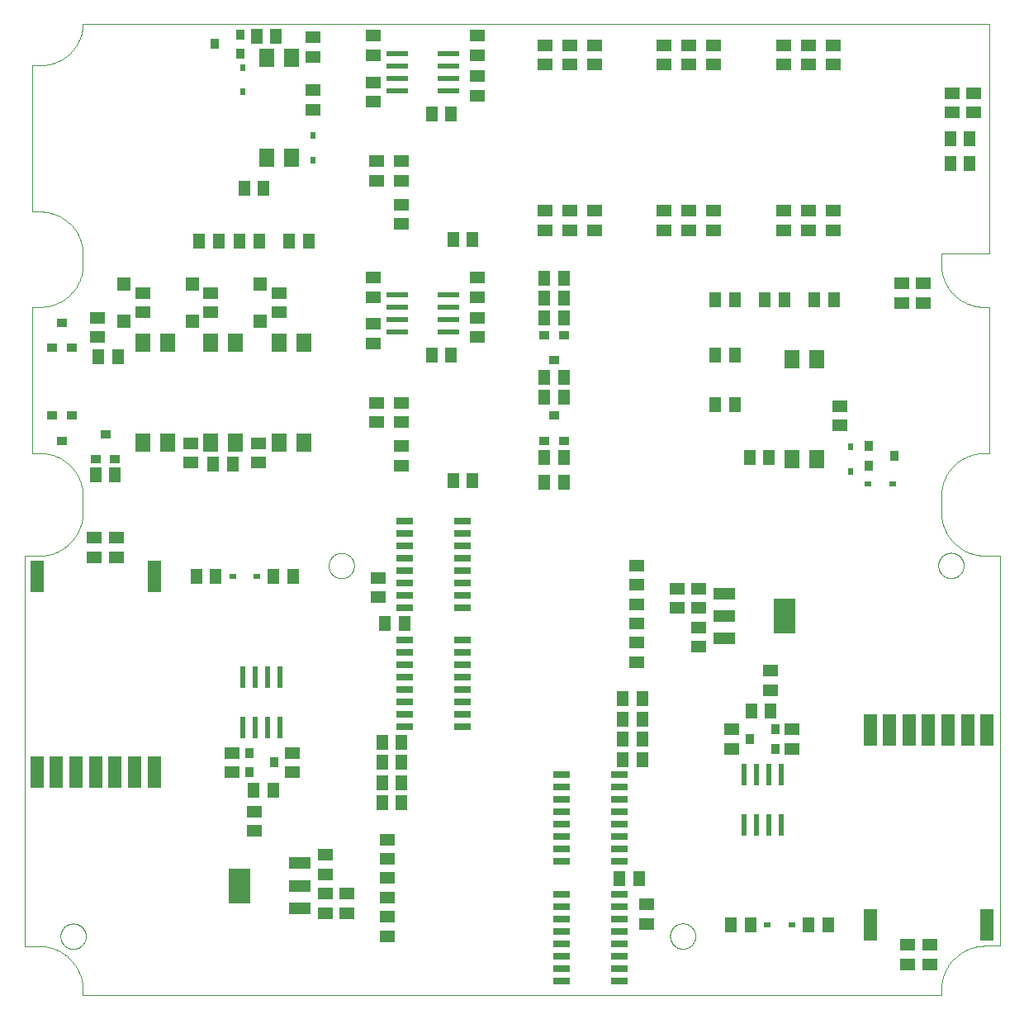
<source format=gtp>
G75*
%MOIN*%
%OFA0B0*%
%FSLAX25Y25*%
%IPPOS*%
%LPD*%
%AMOC8*
5,1,8,0,0,1.08239X$1,22.5*
%
%ADD10C,0.00000*%
%ADD11R,0.05906X0.05118*%
%ADD12R,0.05118X0.05906*%
%ADD13R,0.08800X0.04800*%
%ADD14R,0.08661X0.14173*%
%ADD15R,0.03543X0.03937*%
%ADD16R,0.06890X0.02600*%
%ADD17R,0.02362X0.08661*%
%ADD18R,0.05512X0.12795*%
%ADD19R,0.03150X0.02362*%
%ADD20R,0.08661X0.02362*%
%ADD21R,0.05512X0.05512*%
%ADD22R,0.05906X0.07283*%
%ADD23R,0.03937X0.03543*%
%ADD24R,0.02362X0.03150*%
D10*
X0008491Y0022031D02*
X0008919Y0022026D01*
X0009347Y0022010D01*
X0009774Y0021984D01*
X0010201Y0021948D01*
X0010627Y0021902D01*
X0011051Y0021845D01*
X0011474Y0021778D01*
X0011895Y0021701D01*
X0012314Y0021614D01*
X0012731Y0021516D01*
X0013145Y0021409D01*
X0013557Y0021291D01*
X0013966Y0021164D01*
X0014371Y0021027D01*
X0014774Y0020880D01*
X0015172Y0020723D01*
X0015567Y0020557D01*
X0015957Y0020381D01*
X0016343Y0020196D01*
X0016725Y0020002D01*
X0017101Y0019798D01*
X0017473Y0019586D01*
X0017839Y0019364D01*
X0018200Y0019134D01*
X0018555Y0018895D01*
X0018905Y0018647D01*
X0019248Y0018392D01*
X0019585Y0018127D01*
X0019916Y0017855D01*
X0020240Y0017575D01*
X0020557Y0017288D01*
X0020867Y0016992D01*
X0021169Y0016690D01*
X0021465Y0016380D01*
X0021752Y0016063D01*
X0022032Y0015739D01*
X0022304Y0015408D01*
X0022569Y0015071D01*
X0022824Y0014728D01*
X0023072Y0014378D01*
X0023311Y0014023D01*
X0023541Y0013662D01*
X0023763Y0013296D01*
X0023975Y0012924D01*
X0024179Y0012548D01*
X0024373Y0012166D01*
X0024558Y0011780D01*
X0024734Y0011390D01*
X0024900Y0010995D01*
X0025057Y0010597D01*
X0025204Y0010194D01*
X0025341Y0009789D01*
X0025468Y0009380D01*
X0025586Y0008968D01*
X0025693Y0008554D01*
X0025791Y0008137D01*
X0025878Y0007718D01*
X0025955Y0007297D01*
X0026022Y0006874D01*
X0026079Y0006450D01*
X0026125Y0006024D01*
X0026161Y0005597D01*
X0026187Y0005170D01*
X0026203Y0004742D01*
X0026208Y0004314D01*
X0026208Y0002375D01*
X0197133Y0002375D01*
X0201739Y0002375D01*
X0372664Y0002375D01*
X0372664Y0004373D01*
X0372669Y0004801D01*
X0372685Y0005229D01*
X0372711Y0005656D01*
X0372747Y0006083D01*
X0372793Y0006509D01*
X0372850Y0006933D01*
X0372917Y0007356D01*
X0372994Y0007777D01*
X0373081Y0008196D01*
X0373179Y0008613D01*
X0373286Y0009027D01*
X0373404Y0009439D01*
X0373531Y0009848D01*
X0373668Y0010253D01*
X0373815Y0010656D01*
X0373972Y0011054D01*
X0374138Y0011449D01*
X0374314Y0011839D01*
X0374499Y0012225D01*
X0374693Y0012607D01*
X0374897Y0012983D01*
X0375109Y0013355D01*
X0375331Y0013721D01*
X0375561Y0014082D01*
X0375800Y0014437D01*
X0376048Y0014787D01*
X0376303Y0015130D01*
X0376568Y0015467D01*
X0376840Y0015798D01*
X0377120Y0016122D01*
X0377407Y0016439D01*
X0377703Y0016749D01*
X0378005Y0017051D01*
X0378315Y0017347D01*
X0378632Y0017634D01*
X0378956Y0017914D01*
X0379287Y0018186D01*
X0379624Y0018451D01*
X0379967Y0018706D01*
X0380317Y0018954D01*
X0380672Y0019193D01*
X0381033Y0019423D01*
X0381399Y0019645D01*
X0381771Y0019857D01*
X0382147Y0020061D01*
X0382529Y0020255D01*
X0382915Y0020440D01*
X0383305Y0020616D01*
X0383700Y0020782D01*
X0384098Y0020939D01*
X0384501Y0021086D01*
X0384906Y0021223D01*
X0385315Y0021350D01*
X0385727Y0021468D01*
X0386141Y0021575D01*
X0386558Y0021673D01*
X0386977Y0021760D01*
X0387398Y0021837D01*
X0387821Y0021904D01*
X0388245Y0021961D01*
X0388671Y0022007D01*
X0389098Y0022043D01*
X0389525Y0022069D01*
X0389953Y0022085D01*
X0390381Y0022090D01*
X0396286Y0022090D01*
X0396286Y0179570D01*
X0390381Y0179570D01*
X0371483Y0175633D02*
X0371485Y0175776D01*
X0371491Y0175919D01*
X0371501Y0176061D01*
X0371515Y0176203D01*
X0371533Y0176345D01*
X0371555Y0176487D01*
X0371580Y0176627D01*
X0371610Y0176767D01*
X0371644Y0176906D01*
X0371681Y0177044D01*
X0371723Y0177181D01*
X0371768Y0177316D01*
X0371817Y0177450D01*
X0371869Y0177583D01*
X0371925Y0177715D01*
X0371985Y0177844D01*
X0372049Y0177972D01*
X0372116Y0178099D01*
X0372187Y0178223D01*
X0372261Y0178345D01*
X0372338Y0178465D01*
X0372419Y0178583D01*
X0372503Y0178699D01*
X0372590Y0178812D01*
X0372680Y0178923D01*
X0372774Y0179031D01*
X0372870Y0179137D01*
X0372969Y0179239D01*
X0373072Y0179339D01*
X0373176Y0179436D01*
X0373284Y0179531D01*
X0373394Y0179622D01*
X0373507Y0179710D01*
X0373622Y0179794D01*
X0373739Y0179876D01*
X0373859Y0179954D01*
X0373980Y0180029D01*
X0374104Y0180101D01*
X0374230Y0180169D01*
X0374357Y0180233D01*
X0374487Y0180294D01*
X0374618Y0180351D01*
X0374750Y0180405D01*
X0374884Y0180454D01*
X0375019Y0180501D01*
X0375156Y0180543D01*
X0375294Y0180581D01*
X0375432Y0180616D01*
X0375572Y0180646D01*
X0375712Y0180673D01*
X0375853Y0180696D01*
X0375995Y0180715D01*
X0376137Y0180730D01*
X0376280Y0180741D01*
X0376422Y0180748D01*
X0376565Y0180751D01*
X0376708Y0180750D01*
X0376851Y0180745D01*
X0376994Y0180736D01*
X0377136Y0180723D01*
X0377278Y0180706D01*
X0377419Y0180685D01*
X0377560Y0180660D01*
X0377700Y0180632D01*
X0377839Y0180599D01*
X0377977Y0180562D01*
X0378114Y0180522D01*
X0378250Y0180478D01*
X0378385Y0180430D01*
X0378518Y0180378D01*
X0378650Y0180323D01*
X0378780Y0180264D01*
X0378909Y0180201D01*
X0379035Y0180135D01*
X0379160Y0180065D01*
X0379283Y0179992D01*
X0379403Y0179916D01*
X0379522Y0179836D01*
X0379638Y0179752D01*
X0379752Y0179666D01*
X0379863Y0179576D01*
X0379972Y0179484D01*
X0380078Y0179388D01*
X0380182Y0179290D01*
X0380283Y0179188D01*
X0380380Y0179084D01*
X0380475Y0178977D01*
X0380567Y0178868D01*
X0380656Y0178756D01*
X0380742Y0178641D01*
X0380824Y0178525D01*
X0380903Y0178405D01*
X0380979Y0178284D01*
X0381051Y0178161D01*
X0381120Y0178036D01*
X0381185Y0177909D01*
X0381247Y0177780D01*
X0381305Y0177649D01*
X0381360Y0177517D01*
X0381410Y0177383D01*
X0381457Y0177248D01*
X0381501Y0177112D01*
X0381540Y0176975D01*
X0381575Y0176836D01*
X0381607Y0176697D01*
X0381635Y0176557D01*
X0381659Y0176416D01*
X0381679Y0176274D01*
X0381695Y0176132D01*
X0381707Y0175990D01*
X0381715Y0175847D01*
X0381719Y0175704D01*
X0381719Y0175562D01*
X0381715Y0175419D01*
X0381707Y0175276D01*
X0381695Y0175134D01*
X0381679Y0174992D01*
X0381659Y0174850D01*
X0381635Y0174709D01*
X0381607Y0174569D01*
X0381575Y0174430D01*
X0381540Y0174291D01*
X0381501Y0174154D01*
X0381457Y0174018D01*
X0381410Y0173883D01*
X0381360Y0173749D01*
X0381305Y0173617D01*
X0381247Y0173486D01*
X0381185Y0173357D01*
X0381120Y0173230D01*
X0381051Y0173105D01*
X0380979Y0172982D01*
X0380903Y0172861D01*
X0380824Y0172741D01*
X0380742Y0172625D01*
X0380656Y0172510D01*
X0380567Y0172398D01*
X0380475Y0172289D01*
X0380380Y0172182D01*
X0380283Y0172078D01*
X0380182Y0171976D01*
X0380078Y0171878D01*
X0379972Y0171782D01*
X0379863Y0171690D01*
X0379752Y0171600D01*
X0379638Y0171514D01*
X0379522Y0171430D01*
X0379403Y0171350D01*
X0379283Y0171274D01*
X0379160Y0171201D01*
X0379035Y0171131D01*
X0378909Y0171065D01*
X0378780Y0171002D01*
X0378650Y0170943D01*
X0378518Y0170888D01*
X0378385Y0170836D01*
X0378250Y0170788D01*
X0378114Y0170744D01*
X0377977Y0170704D01*
X0377839Y0170667D01*
X0377700Y0170634D01*
X0377560Y0170606D01*
X0377419Y0170581D01*
X0377278Y0170560D01*
X0377136Y0170543D01*
X0376994Y0170530D01*
X0376851Y0170521D01*
X0376708Y0170516D01*
X0376565Y0170515D01*
X0376422Y0170518D01*
X0376280Y0170525D01*
X0376137Y0170536D01*
X0375995Y0170551D01*
X0375853Y0170570D01*
X0375712Y0170593D01*
X0375572Y0170620D01*
X0375432Y0170650D01*
X0375294Y0170685D01*
X0375156Y0170723D01*
X0375019Y0170765D01*
X0374884Y0170812D01*
X0374750Y0170861D01*
X0374618Y0170915D01*
X0374487Y0170972D01*
X0374357Y0171033D01*
X0374230Y0171097D01*
X0374104Y0171165D01*
X0373980Y0171237D01*
X0373859Y0171312D01*
X0373739Y0171390D01*
X0373622Y0171472D01*
X0373507Y0171556D01*
X0373394Y0171644D01*
X0373284Y0171735D01*
X0373176Y0171830D01*
X0373072Y0171927D01*
X0372969Y0172027D01*
X0372870Y0172129D01*
X0372774Y0172235D01*
X0372680Y0172343D01*
X0372590Y0172454D01*
X0372503Y0172567D01*
X0372419Y0172683D01*
X0372338Y0172801D01*
X0372261Y0172921D01*
X0372187Y0173043D01*
X0372116Y0173167D01*
X0372049Y0173294D01*
X0371985Y0173422D01*
X0371925Y0173551D01*
X0371869Y0173683D01*
X0371817Y0173816D01*
X0371768Y0173950D01*
X0371723Y0174085D01*
X0371681Y0174222D01*
X0371644Y0174360D01*
X0371610Y0174499D01*
X0371580Y0174639D01*
X0371555Y0174779D01*
X0371533Y0174921D01*
X0371515Y0175063D01*
X0371501Y0175205D01*
X0371491Y0175347D01*
X0371485Y0175490D01*
X0371483Y0175633D01*
X0372664Y0197286D02*
X0372664Y0199225D01*
X0372664Y0204225D01*
X0372665Y0204225D02*
X0372682Y0204641D01*
X0372709Y0205056D01*
X0372747Y0205470D01*
X0372794Y0205884D01*
X0372851Y0206296D01*
X0372919Y0206706D01*
X0372996Y0207115D01*
X0373083Y0207522D01*
X0373180Y0207927D01*
X0373286Y0208329D01*
X0373402Y0208728D01*
X0373528Y0209125D01*
X0373664Y0209518D01*
X0373809Y0209908D01*
X0373963Y0210294D01*
X0374127Y0210677D01*
X0374299Y0211055D01*
X0374481Y0211430D01*
X0374672Y0211799D01*
X0374872Y0212164D01*
X0375080Y0212524D01*
X0375297Y0212879D01*
X0375523Y0213229D01*
X0375757Y0213573D01*
X0375999Y0213911D01*
X0376250Y0214243D01*
X0376508Y0214569D01*
X0376774Y0214889D01*
X0377048Y0215202D01*
X0377329Y0215509D01*
X0377618Y0215808D01*
X0377914Y0216101D01*
X0378216Y0216386D01*
X0378526Y0216664D01*
X0378842Y0216935D01*
X0379165Y0217197D01*
X0379494Y0217452D01*
X0379828Y0217699D01*
X0380169Y0217938D01*
X0380516Y0218168D01*
X0380868Y0218390D01*
X0381225Y0218603D01*
X0381587Y0218808D01*
X0381954Y0219004D01*
X0382326Y0219191D01*
X0382702Y0219368D01*
X0383082Y0219537D01*
X0383466Y0219697D01*
X0383854Y0219847D01*
X0384246Y0219987D01*
X0384641Y0220119D01*
X0385039Y0220240D01*
X0385439Y0220352D01*
X0385843Y0220455D01*
X0386248Y0220547D01*
X0386656Y0220630D01*
X0387066Y0220703D01*
X0387477Y0220765D01*
X0387889Y0220818D01*
X0388303Y0220861D01*
X0388718Y0220894D01*
X0389133Y0220917D01*
X0389549Y0220930D01*
X0389965Y0220933D01*
X0390381Y0220925D01*
X0390381Y0220926D02*
X0392118Y0220926D01*
X0392118Y0280006D01*
X0390381Y0280006D01*
X0390380Y0280006D02*
X0389964Y0279999D01*
X0389548Y0280002D01*
X0389132Y0280015D01*
X0388716Y0280038D01*
X0388301Y0280072D01*
X0387887Y0280115D01*
X0387475Y0280168D01*
X0387063Y0280231D01*
X0386653Y0280304D01*
X0386246Y0280387D01*
X0385840Y0280480D01*
X0385436Y0280583D01*
X0385035Y0280695D01*
X0384638Y0280817D01*
X0384243Y0280948D01*
X0383851Y0281089D01*
X0383463Y0281240D01*
X0383078Y0281400D01*
X0382698Y0281569D01*
X0382322Y0281747D01*
X0381950Y0281934D01*
X0381583Y0282130D01*
X0381221Y0282335D01*
X0380863Y0282549D01*
X0380511Y0282771D01*
X0380165Y0283002D01*
X0379824Y0283240D01*
X0379489Y0283488D01*
X0379160Y0283743D01*
X0378838Y0284006D01*
X0378521Y0284276D01*
X0378212Y0284555D01*
X0377909Y0284840D01*
X0377613Y0285133D01*
X0377325Y0285433D01*
X0377044Y0285740D01*
X0376770Y0286054D01*
X0376504Y0286374D01*
X0376246Y0286700D01*
X0375995Y0287033D01*
X0375753Y0287371D01*
X0375519Y0287716D01*
X0375293Y0288066D01*
X0375076Y0288421D01*
X0374868Y0288781D01*
X0374668Y0289146D01*
X0374478Y0289516D01*
X0374296Y0289891D01*
X0374123Y0290270D01*
X0373960Y0290652D01*
X0373806Y0291039D01*
X0373661Y0291429D01*
X0373526Y0291823D01*
X0373400Y0292220D01*
X0373284Y0292620D01*
X0373177Y0293022D01*
X0373081Y0293427D01*
X0372994Y0293834D01*
X0372917Y0294243D01*
X0372850Y0294654D01*
X0372793Y0295066D01*
X0372746Y0295480D01*
X0372708Y0295894D01*
X0372681Y0296310D01*
X0372664Y0296726D01*
X0372664Y0296725D02*
X0372664Y0301725D01*
X0392118Y0301725D01*
X0392118Y0394225D01*
X0348993Y0394225D01*
X0343993Y0394225D01*
X0300868Y0394225D01*
X0295868Y0394225D01*
X0252743Y0394225D01*
X0247743Y0394225D01*
X0204618Y0394225D01*
X0203993Y0394225D01*
X0199618Y0394225D01*
X0138368Y0394225D01*
X0133368Y0394225D01*
X0026208Y0394225D01*
X0026207Y0394226D02*
X0026190Y0393810D01*
X0026163Y0393395D01*
X0026125Y0392981D01*
X0026078Y0392567D01*
X0026021Y0392155D01*
X0025953Y0391745D01*
X0025876Y0391336D01*
X0025789Y0390929D01*
X0025692Y0390524D01*
X0025586Y0390122D01*
X0025470Y0389723D01*
X0025344Y0389326D01*
X0025208Y0388933D01*
X0025063Y0388543D01*
X0024909Y0388157D01*
X0024745Y0387774D01*
X0024573Y0387396D01*
X0024391Y0387021D01*
X0024200Y0386652D01*
X0024000Y0386287D01*
X0023792Y0385927D01*
X0023575Y0385572D01*
X0023349Y0385222D01*
X0023115Y0384878D01*
X0022873Y0384540D01*
X0022622Y0384208D01*
X0022364Y0383882D01*
X0022098Y0383562D01*
X0021824Y0383249D01*
X0021543Y0382942D01*
X0021254Y0382643D01*
X0020958Y0382350D01*
X0020656Y0382065D01*
X0020346Y0381787D01*
X0020030Y0381516D01*
X0019707Y0381254D01*
X0019378Y0380999D01*
X0019044Y0380752D01*
X0018703Y0380513D01*
X0018356Y0380283D01*
X0018004Y0380061D01*
X0017647Y0379848D01*
X0017285Y0379643D01*
X0016918Y0379447D01*
X0016546Y0379260D01*
X0016170Y0379083D01*
X0015790Y0378914D01*
X0015406Y0378754D01*
X0015018Y0378604D01*
X0014626Y0378464D01*
X0014231Y0378332D01*
X0013833Y0378211D01*
X0013433Y0378099D01*
X0013029Y0377996D01*
X0012624Y0377904D01*
X0012216Y0377821D01*
X0011806Y0377748D01*
X0011395Y0377686D01*
X0010983Y0377633D01*
X0010569Y0377590D01*
X0010154Y0377557D01*
X0009739Y0377534D01*
X0009323Y0377521D01*
X0008907Y0377518D01*
X0008491Y0377526D01*
X0008491Y0377525D02*
X0005868Y0377525D01*
X0005868Y0318445D01*
X0008491Y0318445D01*
X0008492Y0318445D02*
X0008914Y0318452D01*
X0009337Y0318449D01*
X0009759Y0318435D01*
X0010182Y0318411D01*
X0010603Y0318376D01*
X0011023Y0318332D01*
X0011442Y0318277D01*
X0011860Y0318211D01*
X0012276Y0318136D01*
X0012690Y0318050D01*
X0013102Y0317954D01*
X0013511Y0317848D01*
X0013918Y0317732D01*
X0014321Y0317606D01*
X0014722Y0317470D01*
X0015118Y0317325D01*
X0015512Y0317170D01*
X0015901Y0317005D01*
X0016286Y0316830D01*
X0016667Y0316647D01*
X0017043Y0316454D01*
X0017414Y0316251D01*
X0017780Y0316040D01*
X0018141Y0315820D01*
X0018497Y0315591D01*
X0018846Y0315353D01*
X0019190Y0315107D01*
X0019528Y0314853D01*
X0019859Y0314590D01*
X0020183Y0314319D01*
X0020501Y0314041D01*
X0020812Y0313754D01*
X0021116Y0313460D01*
X0021413Y0313159D01*
X0021702Y0312851D01*
X0021983Y0312535D01*
X0022257Y0312213D01*
X0022523Y0311884D01*
X0022780Y0311549D01*
X0023029Y0311207D01*
X0023270Y0310860D01*
X0023502Y0310506D01*
X0023725Y0310147D01*
X0023940Y0309783D01*
X0024145Y0309414D01*
X0024342Y0309039D01*
X0024529Y0308660D01*
X0024706Y0308276D01*
X0024875Y0307889D01*
X0025033Y0307497D01*
X0025182Y0307101D01*
X0025322Y0306702D01*
X0025451Y0306300D01*
X0025571Y0305894D01*
X0025680Y0305486D01*
X0025780Y0305075D01*
X0025869Y0304662D01*
X0025948Y0304246D01*
X0026017Y0303829D01*
X0026076Y0303411D01*
X0026124Y0302991D01*
X0026163Y0302570D01*
X0026190Y0302148D01*
X0026208Y0301725D01*
X0026208Y0296725D01*
X0026207Y0296726D02*
X0026190Y0296310D01*
X0026163Y0295895D01*
X0026125Y0295481D01*
X0026078Y0295067D01*
X0026021Y0294655D01*
X0025953Y0294245D01*
X0025876Y0293836D01*
X0025789Y0293429D01*
X0025692Y0293024D01*
X0025586Y0292622D01*
X0025470Y0292223D01*
X0025344Y0291826D01*
X0025208Y0291433D01*
X0025063Y0291043D01*
X0024909Y0290657D01*
X0024745Y0290274D01*
X0024573Y0289896D01*
X0024391Y0289521D01*
X0024200Y0289152D01*
X0024000Y0288787D01*
X0023792Y0288427D01*
X0023575Y0288072D01*
X0023349Y0287722D01*
X0023115Y0287378D01*
X0022873Y0287040D01*
X0022622Y0286708D01*
X0022364Y0286382D01*
X0022098Y0286062D01*
X0021824Y0285749D01*
X0021543Y0285442D01*
X0021254Y0285143D01*
X0020958Y0284850D01*
X0020656Y0284565D01*
X0020346Y0284287D01*
X0020030Y0284016D01*
X0019707Y0283754D01*
X0019378Y0283499D01*
X0019044Y0283252D01*
X0018703Y0283013D01*
X0018356Y0282783D01*
X0018004Y0282561D01*
X0017647Y0282348D01*
X0017285Y0282143D01*
X0016918Y0281947D01*
X0016546Y0281760D01*
X0016170Y0281583D01*
X0015790Y0281414D01*
X0015406Y0281254D01*
X0015018Y0281104D01*
X0014626Y0280964D01*
X0014231Y0280832D01*
X0013833Y0280711D01*
X0013433Y0280599D01*
X0013029Y0280496D01*
X0012624Y0280404D01*
X0012216Y0280321D01*
X0011806Y0280248D01*
X0011395Y0280186D01*
X0010983Y0280133D01*
X0010569Y0280090D01*
X0010154Y0280057D01*
X0009739Y0280034D01*
X0009323Y0280021D01*
X0008907Y0280018D01*
X0008491Y0280026D01*
X0008491Y0280025D02*
X0005868Y0280025D01*
X0005868Y0220945D01*
X0008491Y0220945D01*
X0026208Y0204225D02*
X0026208Y0199225D01*
X0026208Y0197227D01*
X0026203Y0196799D01*
X0026187Y0196371D01*
X0026161Y0195944D01*
X0026125Y0195517D01*
X0026079Y0195091D01*
X0026022Y0194667D01*
X0025955Y0194244D01*
X0025878Y0193823D01*
X0025791Y0193404D01*
X0025693Y0192987D01*
X0025586Y0192573D01*
X0025468Y0192161D01*
X0025341Y0191752D01*
X0025204Y0191347D01*
X0025057Y0190944D01*
X0024900Y0190546D01*
X0024734Y0190151D01*
X0024558Y0189761D01*
X0024373Y0189375D01*
X0024179Y0188993D01*
X0023975Y0188617D01*
X0023763Y0188245D01*
X0023541Y0187879D01*
X0023311Y0187518D01*
X0023072Y0187163D01*
X0022824Y0186813D01*
X0022569Y0186470D01*
X0022304Y0186133D01*
X0022032Y0185802D01*
X0021752Y0185478D01*
X0021465Y0185161D01*
X0021169Y0184851D01*
X0020867Y0184549D01*
X0020557Y0184253D01*
X0020240Y0183966D01*
X0019916Y0183686D01*
X0019585Y0183414D01*
X0019248Y0183149D01*
X0018905Y0182894D01*
X0018555Y0182646D01*
X0018200Y0182407D01*
X0017839Y0182177D01*
X0017473Y0181955D01*
X0017101Y0181743D01*
X0016725Y0181539D01*
X0016343Y0181345D01*
X0015957Y0181160D01*
X0015567Y0180984D01*
X0015172Y0180818D01*
X0014774Y0180661D01*
X0014371Y0180514D01*
X0013966Y0180377D01*
X0013557Y0180250D01*
X0013145Y0180132D01*
X0012731Y0180025D01*
X0012314Y0179927D01*
X0011895Y0179840D01*
X0011474Y0179763D01*
X0011051Y0179696D01*
X0010627Y0179639D01*
X0010201Y0179593D01*
X0009774Y0179557D01*
X0009347Y0179531D01*
X0008919Y0179515D01*
X0008491Y0179510D01*
X0008491Y0179511D02*
X0002586Y0179511D01*
X0002586Y0022031D01*
X0008491Y0022031D01*
X0017153Y0025968D02*
X0017155Y0026111D01*
X0017161Y0026254D01*
X0017171Y0026396D01*
X0017185Y0026538D01*
X0017203Y0026680D01*
X0017225Y0026822D01*
X0017250Y0026962D01*
X0017280Y0027102D01*
X0017314Y0027241D01*
X0017351Y0027379D01*
X0017393Y0027516D01*
X0017438Y0027651D01*
X0017487Y0027785D01*
X0017539Y0027918D01*
X0017595Y0028050D01*
X0017655Y0028179D01*
X0017719Y0028307D01*
X0017786Y0028434D01*
X0017857Y0028558D01*
X0017931Y0028680D01*
X0018008Y0028800D01*
X0018089Y0028918D01*
X0018173Y0029034D01*
X0018260Y0029147D01*
X0018350Y0029258D01*
X0018444Y0029366D01*
X0018540Y0029472D01*
X0018639Y0029574D01*
X0018742Y0029674D01*
X0018846Y0029771D01*
X0018954Y0029866D01*
X0019064Y0029957D01*
X0019177Y0030045D01*
X0019292Y0030129D01*
X0019409Y0030211D01*
X0019529Y0030289D01*
X0019650Y0030364D01*
X0019774Y0030436D01*
X0019900Y0030504D01*
X0020027Y0030568D01*
X0020157Y0030629D01*
X0020288Y0030686D01*
X0020420Y0030740D01*
X0020554Y0030789D01*
X0020689Y0030836D01*
X0020826Y0030878D01*
X0020964Y0030916D01*
X0021102Y0030951D01*
X0021242Y0030981D01*
X0021382Y0031008D01*
X0021523Y0031031D01*
X0021665Y0031050D01*
X0021807Y0031065D01*
X0021950Y0031076D01*
X0022092Y0031083D01*
X0022235Y0031086D01*
X0022378Y0031085D01*
X0022521Y0031080D01*
X0022664Y0031071D01*
X0022806Y0031058D01*
X0022948Y0031041D01*
X0023089Y0031020D01*
X0023230Y0030995D01*
X0023370Y0030967D01*
X0023509Y0030934D01*
X0023647Y0030897D01*
X0023784Y0030857D01*
X0023920Y0030813D01*
X0024055Y0030765D01*
X0024188Y0030713D01*
X0024320Y0030658D01*
X0024450Y0030599D01*
X0024579Y0030536D01*
X0024705Y0030470D01*
X0024830Y0030400D01*
X0024953Y0030327D01*
X0025073Y0030251D01*
X0025192Y0030171D01*
X0025308Y0030087D01*
X0025422Y0030001D01*
X0025533Y0029911D01*
X0025642Y0029819D01*
X0025748Y0029723D01*
X0025852Y0029625D01*
X0025953Y0029523D01*
X0026050Y0029419D01*
X0026145Y0029312D01*
X0026237Y0029203D01*
X0026326Y0029091D01*
X0026412Y0028976D01*
X0026494Y0028860D01*
X0026573Y0028740D01*
X0026649Y0028619D01*
X0026721Y0028496D01*
X0026790Y0028371D01*
X0026855Y0028244D01*
X0026917Y0028115D01*
X0026975Y0027984D01*
X0027030Y0027852D01*
X0027080Y0027718D01*
X0027127Y0027583D01*
X0027171Y0027447D01*
X0027210Y0027310D01*
X0027245Y0027171D01*
X0027277Y0027032D01*
X0027305Y0026892D01*
X0027329Y0026751D01*
X0027349Y0026609D01*
X0027365Y0026467D01*
X0027377Y0026325D01*
X0027385Y0026182D01*
X0027389Y0026039D01*
X0027389Y0025897D01*
X0027385Y0025754D01*
X0027377Y0025611D01*
X0027365Y0025469D01*
X0027349Y0025327D01*
X0027329Y0025185D01*
X0027305Y0025044D01*
X0027277Y0024904D01*
X0027245Y0024765D01*
X0027210Y0024626D01*
X0027171Y0024489D01*
X0027127Y0024353D01*
X0027080Y0024218D01*
X0027030Y0024084D01*
X0026975Y0023952D01*
X0026917Y0023821D01*
X0026855Y0023692D01*
X0026790Y0023565D01*
X0026721Y0023440D01*
X0026649Y0023317D01*
X0026573Y0023196D01*
X0026494Y0023076D01*
X0026412Y0022960D01*
X0026326Y0022845D01*
X0026237Y0022733D01*
X0026145Y0022624D01*
X0026050Y0022517D01*
X0025953Y0022413D01*
X0025852Y0022311D01*
X0025748Y0022213D01*
X0025642Y0022117D01*
X0025533Y0022025D01*
X0025422Y0021935D01*
X0025308Y0021849D01*
X0025192Y0021765D01*
X0025073Y0021685D01*
X0024953Y0021609D01*
X0024830Y0021536D01*
X0024705Y0021466D01*
X0024579Y0021400D01*
X0024450Y0021337D01*
X0024320Y0021278D01*
X0024188Y0021223D01*
X0024055Y0021171D01*
X0023920Y0021123D01*
X0023784Y0021079D01*
X0023647Y0021039D01*
X0023509Y0021002D01*
X0023370Y0020969D01*
X0023230Y0020941D01*
X0023089Y0020916D01*
X0022948Y0020895D01*
X0022806Y0020878D01*
X0022664Y0020865D01*
X0022521Y0020856D01*
X0022378Y0020851D01*
X0022235Y0020850D01*
X0022092Y0020853D01*
X0021950Y0020860D01*
X0021807Y0020871D01*
X0021665Y0020886D01*
X0021523Y0020905D01*
X0021382Y0020928D01*
X0021242Y0020955D01*
X0021102Y0020985D01*
X0020964Y0021020D01*
X0020826Y0021058D01*
X0020689Y0021100D01*
X0020554Y0021147D01*
X0020420Y0021196D01*
X0020288Y0021250D01*
X0020157Y0021307D01*
X0020027Y0021368D01*
X0019900Y0021432D01*
X0019774Y0021500D01*
X0019650Y0021572D01*
X0019529Y0021647D01*
X0019409Y0021725D01*
X0019292Y0021807D01*
X0019177Y0021891D01*
X0019064Y0021979D01*
X0018954Y0022070D01*
X0018846Y0022165D01*
X0018742Y0022262D01*
X0018639Y0022362D01*
X0018540Y0022464D01*
X0018444Y0022570D01*
X0018350Y0022678D01*
X0018260Y0022789D01*
X0018173Y0022902D01*
X0018089Y0023018D01*
X0018008Y0023136D01*
X0017931Y0023256D01*
X0017857Y0023378D01*
X0017786Y0023502D01*
X0017719Y0023629D01*
X0017655Y0023757D01*
X0017595Y0023886D01*
X0017539Y0024018D01*
X0017487Y0024151D01*
X0017438Y0024285D01*
X0017393Y0024420D01*
X0017351Y0024557D01*
X0017314Y0024695D01*
X0017280Y0024834D01*
X0017250Y0024974D01*
X0017225Y0025114D01*
X0017203Y0025256D01*
X0017185Y0025398D01*
X0017171Y0025540D01*
X0017161Y0025682D01*
X0017155Y0025825D01*
X0017153Y0025968D01*
X0125420Y0175574D02*
X0125422Y0175717D01*
X0125428Y0175860D01*
X0125438Y0176002D01*
X0125452Y0176144D01*
X0125470Y0176286D01*
X0125492Y0176428D01*
X0125517Y0176568D01*
X0125547Y0176708D01*
X0125581Y0176847D01*
X0125618Y0176985D01*
X0125660Y0177122D01*
X0125705Y0177257D01*
X0125754Y0177391D01*
X0125806Y0177524D01*
X0125862Y0177656D01*
X0125922Y0177785D01*
X0125986Y0177913D01*
X0126053Y0178040D01*
X0126124Y0178164D01*
X0126198Y0178286D01*
X0126275Y0178406D01*
X0126356Y0178524D01*
X0126440Y0178640D01*
X0126527Y0178753D01*
X0126617Y0178864D01*
X0126711Y0178972D01*
X0126807Y0179078D01*
X0126906Y0179180D01*
X0127009Y0179280D01*
X0127113Y0179377D01*
X0127221Y0179472D01*
X0127331Y0179563D01*
X0127444Y0179651D01*
X0127559Y0179735D01*
X0127676Y0179817D01*
X0127796Y0179895D01*
X0127917Y0179970D01*
X0128041Y0180042D01*
X0128167Y0180110D01*
X0128294Y0180174D01*
X0128424Y0180235D01*
X0128555Y0180292D01*
X0128687Y0180346D01*
X0128821Y0180395D01*
X0128956Y0180442D01*
X0129093Y0180484D01*
X0129231Y0180522D01*
X0129369Y0180557D01*
X0129509Y0180587D01*
X0129649Y0180614D01*
X0129790Y0180637D01*
X0129932Y0180656D01*
X0130074Y0180671D01*
X0130217Y0180682D01*
X0130359Y0180689D01*
X0130502Y0180692D01*
X0130645Y0180691D01*
X0130788Y0180686D01*
X0130931Y0180677D01*
X0131073Y0180664D01*
X0131215Y0180647D01*
X0131356Y0180626D01*
X0131497Y0180601D01*
X0131637Y0180573D01*
X0131776Y0180540D01*
X0131914Y0180503D01*
X0132051Y0180463D01*
X0132187Y0180419D01*
X0132322Y0180371D01*
X0132455Y0180319D01*
X0132587Y0180264D01*
X0132717Y0180205D01*
X0132846Y0180142D01*
X0132972Y0180076D01*
X0133097Y0180006D01*
X0133220Y0179933D01*
X0133340Y0179857D01*
X0133459Y0179777D01*
X0133575Y0179693D01*
X0133689Y0179607D01*
X0133800Y0179517D01*
X0133909Y0179425D01*
X0134015Y0179329D01*
X0134119Y0179231D01*
X0134220Y0179129D01*
X0134317Y0179025D01*
X0134412Y0178918D01*
X0134504Y0178809D01*
X0134593Y0178697D01*
X0134679Y0178582D01*
X0134761Y0178466D01*
X0134840Y0178346D01*
X0134916Y0178225D01*
X0134988Y0178102D01*
X0135057Y0177977D01*
X0135122Y0177850D01*
X0135184Y0177721D01*
X0135242Y0177590D01*
X0135297Y0177458D01*
X0135347Y0177324D01*
X0135394Y0177189D01*
X0135438Y0177053D01*
X0135477Y0176916D01*
X0135512Y0176777D01*
X0135544Y0176638D01*
X0135572Y0176498D01*
X0135596Y0176357D01*
X0135616Y0176215D01*
X0135632Y0176073D01*
X0135644Y0175931D01*
X0135652Y0175788D01*
X0135656Y0175645D01*
X0135656Y0175503D01*
X0135652Y0175360D01*
X0135644Y0175217D01*
X0135632Y0175075D01*
X0135616Y0174933D01*
X0135596Y0174791D01*
X0135572Y0174650D01*
X0135544Y0174510D01*
X0135512Y0174371D01*
X0135477Y0174232D01*
X0135438Y0174095D01*
X0135394Y0173959D01*
X0135347Y0173824D01*
X0135297Y0173690D01*
X0135242Y0173558D01*
X0135184Y0173427D01*
X0135122Y0173298D01*
X0135057Y0173171D01*
X0134988Y0173046D01*
X0134916Y0172923D01*
X0134840Y0172802D01*
X0134761Y0172682D01*
X0134679Y0172566D01*
X0134593Y0172451D01*
X0134504Y0172339D01*
X0134412Y0172230D01*
X0134317Y0172123D01*
X0134220Y0172019D01*
X0134119Y0171917D01*
X0134015Y0171819D01*
X0133909Y0171723D01*
X0133800Y0171631D01*
X0133689Y0171541D01*
X0133575Y0171455D01*
X0133459Y0171371D01*
X0133340Y0171291D01*
X0133220Y0171215D01*
X0133097Y0171142D01*
X0132972Y0171072D01*
X0132846Y0171006D01*
X0132717Y0170943D01*
X0132587Y0170884D01*
X0132455Y0170829D01*
X0132322Y0170777D01*
X0132187Y0170729D01*
X0132051Y0170685D01*
X0131914Y0170645D01*
X0131776Y0170608D01*
X0131637Y0170575D01*
X0131497Y0170547D01*
X0131356Y0170522D01*
X0131215Y0170501D01*
X0131073Y0170484D01*
X0130931Y0170471D01*
X0130788Y0170462D01*
X0130645Y0170457D01*
X0130502Y0170456D01*
X0130359Y0170459D01*
X0130217Y0170466D01*
X0130074Y0170477D01*
X0129932Y0170492D01*
X0129790Y0170511D01*
X0129649Y0170534D01*
X0129509Y0170561D01*
X0129369Y0170591D01*
X0129231Y0170626D01*
X0129093Y0170664D01*
X0128956Y0170706D01*
X0128821Y0170753D01*
X0128687Y0170802D01*
X0128555Y0170856D01*
X0128424Y0170913D01*
X0128294Y0170974D01*
X0128167Y0171038D01*
X0128041Y0171106D01*
X0127917Y0171178D01*
X0127796Y0171253D01*
X0127676Y0171331D01*
X0127559Y0171413D01*
X0127444Y0171497D01*
X0127331Y0171585D01*
X0127221Y0171676D01*
X0127113Y0171771D01*
X0127009Y0171868D01*
X0126906Y0171968D01*
X0126807Y0172070D01*
X0126711Y0172176D01*
X0126617Y0172284D01*
X0126527Y0172395D01*
X0126440Y0172508D01*
X0126356Y0172624D01*
X0126275Y0172742D01*
X0126198Y0172862D01*
X0126124Y0172984D01*
X0126053Y0173108D01*
X0125986Y0173235D01*
X0125922Y0173363D01*
X0125862Y0173492D01*
X0125806Y0173624D01*
X0125754Y0173757D01*
X0125705Y0173891D01*
X0125660Y0174026D01*
X0125618Y0174163D01*
X0125581Y0174301D01*
X0125547Y0174440D01*
X0125517Y0174580D01*
X0125492Y0174720D01*
X0125470Y0174862D01*
X0125452Y0175004D01*
X0125438Y0175146D01*
X0125428Y0175288D01*
X0125422Y0175431D01*
X0125420Y0175574D01*
X0026208Y0204225D02*
X0026190Y0204648D01*
X0026163Y0205070D01*
X0026124Y0205491D01*
X0026076Y0205911D01*
X0026017Y0206329D01*
X0025948Y0206746D01*
X0025869Y0207162D01*
X0025780Y0207575D01*
X0025680Y0207986D01*
X0025571Y0208394D01*
X0025451Y0208800D01*
X0025322Y0209202D01*
X0025182Y0209601D01*
X0025033Y0209997D01*
X0024875Y0210389D01*
X0024706Y0210776D01*
X0024529Y0211160D01*
X0024342Y0211539D01*
X0024145Y0211914D01*
X0023940Y0212283D01*
X0023725Y0212647D01*
X0023502Y0213006D01*
X0023270Y0213360D01*
X0023029Y0213707D01*
X0022780Y0214049D01*
X0022523Y0214384D01*
X0022257Y0214713D01*
X0021983Y0215035D01*
X0021702Y0215351D01*
X0021413Y0215659D01*
X0021116Y0215960D01*
X0020812Y0216254D01*
X0020501Y0216541D01*
X0020183Y0216819D01*
X0019859Y0217090D01*
X0019528Y0217353D01*
X0019190Y0217607D01*
X0018846Y0217853D01*
X0018497Y0218091D01*
X0018141Y0218320D01*
X0017780Y0218540D01*
X0017414Y0218751D01*
X0017043Y0218954D01*
X0016667Y0219147D01*
X0016286Y0219330D01*
X0015901Y0219505D01*
X0015512Y0219670D01*
X0015118Y0219825D01*
X0014722Y0219970D01*
X0014321Y0220106D01*
X0013918Y0220232D01*
X0013511Y0220348D01*
X0013102Y0220454D01*
X0012690Y0220550D01*
X0012276Y0220636D01*
X0011860Y0220711D01*
X0011442Y0220777D01*
X0011023Y0220832D01*
X0010603Y0220876D01*
X0010182Y0220911D01*
X0009759Y0220935D01*
X0009337Y0220949D01*
X0008914Y0220952D01*
X0008492Y0220945D01*
X0263216Y0026027D02*
X0263218Y0026170D01*
X0263224Y0026313D01*
X0263234Y0026455D01*
X0263248Y0026597D01*
X0263266Y0026739D01*
X0263288Y0026881D01*
X0263313Y0027021D01*
X0263343Y0027161D01*
X0263377Y0027300D01*
X0263414Y0027438D01*
X0263456Y0027575D01*
X0263501Y0027710D01*
X0263550Y0027844D01*
X0263602Y0027977D01*
X0263658Y0028109D01*
X0263718Y0028238D01*
X0263782Y0028366D01*
X0263849Y0028493D01*
X0263920Y0028617D01*
X0263994Y0028739D01*
X0264071Y0028859D01*
X0264152Y0028977D01*
X0264236Y0029093D01*
X0264323Y0029206D01*
X0264413Y0029317D01*
X0264507Y0029425D01*
X0264603Y0029531D01*
X0264702Y0029633D01*
X0264805Y0029733D01*
X0264909Y0029830D01*
X0265017Y0029925D01*
X0265127Y0030016D01*
X0265240Y0030104D01*
X0265355Y0030188D01*
X0265472Y0030270D01*
X0265592Y0030348D01*
X0265713Y0030423D01*
X0265837Y0030495D01*
X0265963Y0030563D01*
X0266090Y0030627D01*
X0266220Y0030688D01*
X0266351Y0030745D01*
X0266483Y0030799D01*
X0266617Y0030848D01*
X0266752Y0030895D01*
X0266889Y0030937D01*
X0267027Y0030975D01*
X0267165Y0031010D01*
X0267305Y0031040D01*
X0267445Y0031067D01*
X0267586Y0031090D01*
X0267728Y0031109D01*
X0267870Y0031124D01*
X0268013Y0031135D01*
X0268155Y0031142D01*
X0268298Y0031145D01*
X0268441Y0031144D01*
X0268584Y0031139D01*
X0268727Y0031130D01*
X0268869Y0031117D01*
X0269011Y0031100D01*
X0269152Y0031079D01*
X0269293Y0031054D01*
X0269433Y0031026D01*
X0269572Y0030993D01*
X0269710Y0030956D01*
X0269847Y0030916D01*
X0269983Y0030872D01*
X0270118Y0030824D01*
X0270251Y0030772D01*
X0270383Y0030717D01*
X0270513Y0030658D01*
X0270642Y0030595D01*
X0270768Y0030529D01*
X0270893Y0030459D01*
X0271016Y0030386D01*
X0271136Y0030310D01*
X0271255Y0030230D01*
X0271371Y0030146D01*
X0271485Y0030060D01*
X0271596Y0029970D01*
X0271705Y0029878D01*
X0271811Y0029782D01*
X0271915Y0029684D01*
X0272016Y0029582D01*
X0272113Y0029478D01*
X0272208Y0029371D01*
X0272300Y0029262D01*
X0272389Y0029150D01*
X0272475Y0029035D01*
X0272557Y0028919D01*
X0272636Y0028799D01*
X0272712Y0028678D01*
X0272784Y0028555D01*
X0272853Y0028430D01*
X0272918Y0028303D01*
X0272980Y0028174D01*
X0273038Y0028043D01*
X0273093Y0027911D01*
X0273143Y0027777D01*
X0273190Y0027642D01*
X0273234Y0027506D01*
X0273273Y0027369D01*
X0273308Y0027230D01*
X0273340Y0027091D01*
X0273368Y0026951D01*
X0273392Y0026810D01*
X0273412Y0026668D01*
X0273428Y0026526D01*
X0273440Y0026384D01*
X0273448Y0026241D01*
X0273452Y0026098D01*
X0273452Y0025956D01*
X0273448Y0025813D01*
X0273440Y0025670D01*
X0273428Y0025528D01*
X0273412Y0025386D01*
X0273392Y0025244D01*
X0273368Y0025103D01*
X0273340Y0024963D01*
X0273308Y0024824D01*
X0273273Y0024685D01*
X0273234Y0024548D01*
X0273190Y0024412D01*
X0273143Y0024277D01*
X0273093Y0024143D01*
X0273038Y0024011D01*
X0272980Y0023880D01*
X0272918Y0023751D01*
X0272853Y0023624D01*
X0272784Y0023499D01*
X0272712Y0023376D01*
X0272636Y0023255D01*
X0272557Y0023135D01*
X0272475Y0023019D01*
X0272389Y0022904D01*
X0272300Y0022792D01*
X0272208Y0022683D01*
X0272113Y0022576D01*
X0272016Y0022472D01*
X0271915Y0022370D01*
X0271811Y0022272D01*
X0271705Y0022176D01*
X0271596Y0022084D01*
X0271485Y0021994D01*
X0271371Y0021908D01*
X0271255Y0021824D01*
X0271136Y0021744D01*
X0271016Y0021668D01*
X0270893Y0021595D01*
X0270768Y0021525D01*
X0270642Y0021459D01*
X0270513Y0021396D01*
X0270383Y0021337D01*
X0270251Y0021282D01*
X0270118Y0021230D01*
X0269983Y0021182D01*
X0269847Y0021138D01*
X0269710Y0021098D01*
X0269572Y0021061D01*
X0269433Y0021028D01*
X0269293Y0021000D01*
X0269152Y0020975D01*
X0269011Y0020954D01*
X0268869Y0020937D01*
X0268727Y0020924D01*
X0268584Y0020915D01*
X0268441Y0020910D01*
X0268298Y0020909D01*
X0268155Y0020912D01*
X0268013Y0020919D01*
X0267870Y0020930D01*
X0267728Y0020945D01*
X0267586Y0020964D01*
X0267445Y0020987D01*
X0267305Y0021014D01*
X0267165Y0021044D01*
X0267027Y0021079D01*
X0266889Y0021117D01*
X0266752Y0021159D01*
X0266617Y0021206D01*
X0266483Y0021255D01*
X0266351Y0021309D01*
X0266220Y0021366D01*
X0266090Y0021427D01*
X0265963Y0021491D01*
X0265837Y0021559D01*
X0265713Y0021631D01*
X0265592Y0021706D01*
X0265472Y0021784D01*
X0265355Y0021866D01*
X0265240Y0021950D01*
X0265127Y0022038D01*
X0265017Y0022129D01*
X0264909Y0022224D01*
X0264805Y0022321D01*
X0264702Y0022421D01*
X0264603Y0022523D01*
X0264507Y0022629D01*
X0264413Y0022737D01*
X0264323Y0022848D01*
X0264236Y0022961D01*
X0264152Y0023077D01*
X0264071Y0023195D01*
X0263994Y0023315D01*
X0263920Y0023437D01*
X0263849Y0023561D01*
X0263782Y0023688D01*
X0263718Y0023816D01*
X0263658Y0023945D01*
X0263602Y0024077D01*
X0263550Y0024210D01*
X0263501Y0024344D01*
X0263456Y0024479D01*
X0263414Y0024616D01*
X0263377Y0024754D01*
X0263343Y0024893D01*
X0263313Y0025033D01*
X0263288Y0025173D01*
X0263266Y0025315D01*
X0263248Y0025457D01*
X0263234Y0025599D01*
X0263224Y0025741D01*
X0263218Y0025884D01*
X0263216Y0026027D01*
X0390381Y0179569D02*
X0389953Y0179574D01*
X0389525Y0179590D01*
X0389098Y0179616D01*
X0388671Y0179652D01*
X0388245Y0179698D01*
X0387821Y0179755D01*
X0387398Y0179822D01*
X0386977Y0179899D01*
X0386558Y0179986D01*
X0386141Y0180084D01*
X0385727Y0180191D01*
X0385315Y0180309D01*
X0384906Y0180436D01*
X0384501Y0180573D01*
X0384098Y0180720D01*
X0383700Y0180877D01*
X0383305Y0181043D01*
X0382915Y0181219D01*
X0382529Y0181404D01*
X0382147Y0181598D01*
X0381771Y0181802D01*
X0381399Y0182014D01*
X0381033Y0182236D01*
X0380672Y0182466D01*
X0380317Y0182705D01*
X0379967Y0182953D01*
X0379624Y0183208D01*
X0379287Y0183473D01*
X0378956Y0183745D01*
X0378632Y0184025D01*
X0378315Y0184312D01*
X0378005Y0184608D01*
X0377703Y0184910D01*
X0377407Y0185220D01*
X0377120Y0185537D01*
X0376840Y0185861D01*
X0376568Y0186192D01*
X0376303Y0186529D01*
X0376048Y0186872D01*
X0375800Y0187222D01*
X0375561Y0187577D01*
X0375331Y0187938D01*
X0375109Y0188304D01*
X0374897Y0188676D01*
X0374693Y0189052D01*
X0374499Y0189434D01*
X0374314Y0189820D01*
X0374138Y0190210D01*
X0373972Y0190605D01*
X0373815Y0191003D01*
X0373668Y0191406D01*
X0373531Y0191811D01*
X0373404Y0192220D01*
X0373286Y0192632D01*
X0373179Y0193046D01*
X0373081Y0193463D01*
X0372994Y0193882D01*
X0372917Y0194303D01*
X0372850Y0194726D01*
X0372793Y0195150D01*
X0372747Y0195576D01*
X0372711Y0196003D01*
X0372685Y0196430D01*
X0372669Y0196858D01*
X0372664Y0197286D01*
D11*
X0331754Y0232163D03*
X0331754Y0240037D03*
X0356754Y0281538D03*
X0356754Y0289412D03*
X0365504Y0289412D03*
X0365504Y0281538D03*
X0328993Y0310913D03*
X0328993Y0318787D03*
X0318993Y0318787D03*
X0318993Y0310913D03*
X0308993Y0310913D03*
X0308993Y0318787D03*
X0280868Y0318787D03*
X0280868Y0310913D03*
X0270868Y0310913D03*
X0270868Y0318787D03*
X0260868Y0318787D03*
X0260868Y0310913D03*
X0232743Y0310913D03*
X0232743Y0318787D03*
X0222743Y0318787D03*
X0222743Y0310913D03*
X0212743Y0310913D03*
X0212743Y0318787D03*
X0185243Y0291912D03*
X0185243Y0284038D03*
X0185243Y0275662D03*
X0185243Y0267788D03*
X0154618Y0241287D03*
X0154618Y0233413D03*
X0154618Y0223787D03*
X0154618Y0215913D03*
X0144618Y0233413D03*
X0144618Y0241287D03*
X0143368Y0265288D03*
X0143368Y0273162D03*
X0143368Y0284038D03*
X0143368Y0291912D03*
X0154618Y0313413D03*
X0154618Y0321287D03*
X0154618Y0330913D03*
X0154618Y0338787D03*
X0144618Y0338787D03*
X0144618Y0330913D03*
X0118993Y0359663D03*
X0118993Y0367537D03*
X0118993Y0380913D03*
X0118993Y0388787D03*
X0143368Y0389412D03*
X0143368Y0381538D03*
X0143368Y0370662D03*
X0143368Y0362788D03*
X0185243Y0365288D03*
X0185243Y0373162D03*
X0185243Y0381538D03*
X0185243Y0389412D03*
X0212743Y0385662D03*
X0212743Y0377788D03*
X0222743Y0377788D03*
X0222743Y0385662D03*
X0232743Y0385662D03*
X0232743Y0377788D03*
X0260868Y0377788D03*
X0260868Y0385662D03*
X0270868Y0385662D03*
X0270868Y0377788D03*
X0280868Y0377788D03*
X0280868Y0385662D03*
X0308993Y0385662D03*
X0308993Y0377788D03*
X0318993Y0377788D03*
X0318993Y0385662D03*
X0328993Y0385662D03*
X0328993Y0377788D03*
X0377118Y0366287D03*
X0377118Y0358413D03*
X0385868Y0358413D03*
X0385868Y0366287D03*
X0249864Y0175687D03*
X0249864Y0167813D03*
X0249864Y0160062D03*
X0249864Y0152188D03*
X0249864Y0144437D03*
X0249864Y0136563D03*
X0266114Y0158438D03*
X0266114Y0166312D03*
X0274864Y0166312D03*
X0274864Y0158438D03*
X0274864Y0150687D03*
X0274864Y0142813D03*
X0303614Y0133187D03*
X0303614Y0125313D03*
X0312364Y0109437D03*
X0312364Y0101563D03*
X0287989Y0101563D03*
X0287989Y0109437D03*
X0253614Y0038812D03*
X0253614Y0030938D03*
X0149008Y0033787D03*
X0149008Y0041538D03*
X0149008Y0049412D03*
X0149008Y0057163D03*
X0149008Y0065037D03*
X0132758Y0043162D03*
X0132758Y0035288D03*
X0124008Y0035288D03*
X0124008Y0043162D03*
X0124008Y0050913D03*
X0124008Y0058787D03*
X0095258Y0068413D03*
X0095258Y0076287D03*
X0086508Y0092163D03*
X0086508Y0100037D03*
X0110883Y0100037D03*
X0110883Y0092163D03*
X0149008Y0025913D03*
X0145258Y0162788D03*
X0145258Y0170662D03*
X0097118Y0217163D03*
X0097118Y0225037D03*
X0069618Y0225037D03*
X0069618Y0217163D03*
X0039633Y0186912D03*
X0039633Y0179038D03*
X0030883Y0179038D03*
X0030883Y0186912D03*
X0032118Y0267788D03*
X0032118Y0275662D03*
X0050243Y0277788D03*
X0050243Y0285662D03*
X0077743Y0285662D03*
X0077743Y0277788D03*
X0105243Y0277788D03*
X0105243Y0285662D03*
X0359239Y0022562D03*
X0359239Y0014688D03*
X0367989Y0014688D03*
X0367989Y0022562D03*
D12*
X0326926Y0030500D03*
X0319052Y0030500D03*
X0295676Y0030500D03*
X0287802Y0030500D03*
X0250676Y0049250D03*
X0242802Y0049250D03*
X0244052Y0097375D03*
X0251926Y0097375D03*
X0251926Y0105500D03*
X0244052Y0105500D03*
X0244052Y0113625D03*
X0251926Y0113625D03*
X0251926Y0121750D03*
X0244052Y0121750D03*
X0295927Y0116750D03*
X0303801Y0116750D03*
X0220430Y0209225D03*
X0212556Y0209225D03*
X0212556Y0219225D03*
X0220430Y0219225D03*
X0220430Y0243600D03*
X0212556Y0243600D03*
X0212556Y0251725D03*
X0220430Y0251725D03*
X0220430Y0275475D03*
X0212556Y0275475D03*
X0212556Y0283600D03*
X0220430Y0283600D03*
X0220430Y0291725D03*
X0212556Y0291725D03*
X0183555Y0307350D03*
X0175681Y0307350D03*
X0174805Y0260475D03*
X0166931Y0260475D03*
X0117305Y0306725D03*
X0109431Y0306725D03*
X0097305Y0306725D03*
X0089431Y0306725D03*
X0081055Y0306725D03*
X0073181Y0306725D03*
X0091306Y0327975D03*
X0099180Y0327975D03*
X0096306Y0389225D03*
X0104180Y0389225D03*
X0166931Y0357975D03*
X0174805Y0357975D03*
X0281567Y0282975D03*
X0289441Y0282975D03*
X0301567Y0282975D03*
X0309441Y0282975D03*
X0321567Y0282975D03*
X0329441Y0282975D03*
X0289441Y0260475D03*
X0281567Y0260475D03*
X0281567Y0240475D03*
X0289441Y0240475D03*
X0295317Y0219225D03*
X0303191Y0219225D03*
X0183555Y0209850D03*
X0175681Y0209850D03*
X0156070Y0152350D03*
X0148196Y0152350D03*
X0111070Y0171100D03*
X0103196Y0171100D03*
X0079820Y0171100D03*
X0071946Y0171100D03*
X0039180Y0212350D03*
X0031306Y0212350D03*
X0032556Y0259850D03*
X0040430Y0259850D03*
X0078806Y0216725D03*
X0086680Y0216725D03*
X0146946Y0104225D03*
X0154820Y0104225D03*
X0154820Y0096100D03*
X0146946Y0096100D03*
X0146946Y0087975D03*
X0154820Y0087975D03*
X0154820Y0079850D03*
X0146946Y0079850D03*
X0102945Y0084850D03*
X0095071Y0084850D03*
X0376306Y0337975D03*
X0384180Y0337975D03*
X0384180Y0347975D03*
X0376306Y0347975D03*
D13*
X0285164Y0164350D03*
X0285164Y0155250D03*
X0285164Y0146150D03*
X0113708Y0055450D03*
X0113708Y0046350D03*
X0113708Y0037250D03*
D14*
X0089307Y0046350D03*
X0309565Y0155250D03*
D15*
X0305607Y0109437D03*
X0305607Y0101563D03*
X0295371Y0105500D03*
X0343511Y0215913D03*
X0343511Y0223787D03*
X0353747Y0219850D03*
X0103501Y0096100D03*
X0093265Y0092163D03*
X0093265Y0100037D03*
X0089736Y0382163D03*
X0089736Y0390037D03*
X0079500Y0386100D03*
D16*
X0156051Y0193600D03*
X0156051Y0188600D03*
X0156051Y0183600D03*
X0156051Y0178600D03*
X0156051Y0173600D03*
X0156051Y0168600D03*
X0156051Y0163600D03*
X0156051Y0158600D03*
X0156051Y0145475D03*
X0156051Y0140475D03*
X0156051Y0135475D03*
X0156051Y0130475D03*
X0156051Y0125475D03*
X0156051Y0120475D03*
X0156051Y0115475D03*
X0156051Y0110475D03*
X0179464Y0110475D03*
X0179464Y0115475D03*
X0179464Y0120475D03*
X0179464Y0125475D03*
X0179464Y0130475D03*
X0179464Y0135475D03*
X0179464Y0140475D03*
X0179464Y0145475D03*
X0179464Y0158600D03*
X0179464Y0163600D03*
X0179464Y0168600D03*
X0179464Y0173600D03*
X0179464Y0178600D03*
X0179464Y0183600D03*
X0179464Y0188600D03*
X0179464Y0193600D03*
X0219408Y0091125D03*
X0219408Y0086125D03*
X0219408Y0081125D03*
X0219408Y0076125D03*
X0219408Y0071125D03*
X0219408Y0066125D03*
X0219408Y0061125D03*
X0219408Y0056125D03*
X0219408Y0043000D03*
X0219408Y0038000D03*
X0219408Y0033000D03*
X0219408Y0028000D03*
X0219408Y0023000D03*
X0219408Y0018000D03*
X0219408Y0013000D03*
X0219408Y0008000D03*
X0242820Y0008000D03*
X0242820Y0013000D03*
X0242820Y0018000D03*
X0242820Y0023000D03*
X0242820Y0028000D03*
X0242820Y0033000D03*
X0242820Y0038000D03*
X0242820Y0043000D03*
X0242820Y0056125D03*
X0242820Y0061125D03*
X0242820Y0066125D03*
X0242820Y0071125D03*
X0242820Y0076125D03*
X0242820Y0081125D03*
X0242820Y0086125D03*
X0242820Y0091125D03*
D17*
X0292989Y0091361D03*
X0297989Y0091361D03*
X0302989Y0091361D03*
X0307989Y0091361D03*
X0307989Y0070889D03*
X0302989Y0070889D03*
X0297989Y0070889D03*
X0292989Y0070889D03*
X0105883Y0110239D03*
X0100883Y0110239D03*
X0095883Y0110239D03*
X0090883Y0110239D03*
X0090883Y0130712D03*
X0095883Y0130712D03*
X0100883Y0130712D03*
X0105883Y0130712D03*
D18*
X0054943Y0092355D03*
X0047069Y0092355D03*
X0039195Y0092355D03*
X0031321Y0092355D03*
X0023447Y0092355D03*
X0015573Y0092355D03*
X0007699Y0092355D03*
X0007699Y0171095D03*
X0054943Y0171095D03*
X0343929Y0109245D03*
X0351803Y0109245D03*
X0359677Y0109245D03*
X0367551Y0109245D03*
X0375425Y0109245D03*
X0383299Y0109245D03*
X0391173Y0109245D03*
X0391173Y0030505D03*
X0343929Y0030505D03*
D19*
X0312285Y0030500D03*
X0302443Y0030500D03*
X0343083Y0208600D03*
X0352925Y0208600D03*
X0096429Y0171100D03*
X0086587Y0171100D03*
D20*
X0153132Y0269850D03*
X0153132Y0274850D03*
X0153132Y0279850D03*
X0153132Y0284850D03*
X0173604Y0284850D03*
X0173604Y0279850D03*
X0173604Y0274850D03*
X0173604Y0269850D03*
X0173604Y0367350D03*
X0173604Y0372350D03*
X0173604Y0377350D03*
X0173604Y0382350D03*
X0153132Y0382350D03*
X0153132Y0377350D03*
X0153132Y0372350D03*
X0153132Y0367350D03*
D21*
X0097743Y0289206D03*
X0097743Y0274245D03*
X0070243Y0274245D03*
X0070243Y0289206D03*
X0042743Y0289206D03*
X0042743Y0274245D03*
D22*
X0050243Y0265653D03*
X0060243Y0265653D03*
X0077743Y0265653D03*
X0087743Y0265653D03*
X0105243Y0265653D03*
X0115243Y0265653D03*
X0115243Y0225298D03*
X0105243Y0225298D03*
X0087743Y0225298D03*
X0077743Y0225298D03*
X0060243Y0225298D03*
X0050243Y0225298D03*
X0100243Y0340298D03*
X0110243Y0340298D03*
X0110243Y0380653D03*
X0100243Y0380653D03*
X0312379Y0258778D03*
X0322379Y0258778D03*
X0322379Y0218423D03*
X0312379Y0218423D03*
D23*
X0220430Y0225982D03*
X0212556Y0225982D03*
X0216493Y0236219D03*
X0216493Y0258482D03*
X0212556Y0268719D03*
X0220430Y0268719D03*
X0039180Y0218482D03*
X0031306Y0218482D03*
X0035243Y0228719D03*
X0021680Y0236219D03*
X0013806Y0236219D03*
X0017743Y0225982D03*
X0013806Y0263482D03*
X0021680Y0263482D03*
X0017743Y0273719D03*
D24*
X0090868Y0366804D03*
X0090868Y0376647D03*
X0118993Y0349147D03*
X0118993Y0339304D03*
X0336129Y0223522D03*
X0336129Y0213679D03*
M02*

</source>
